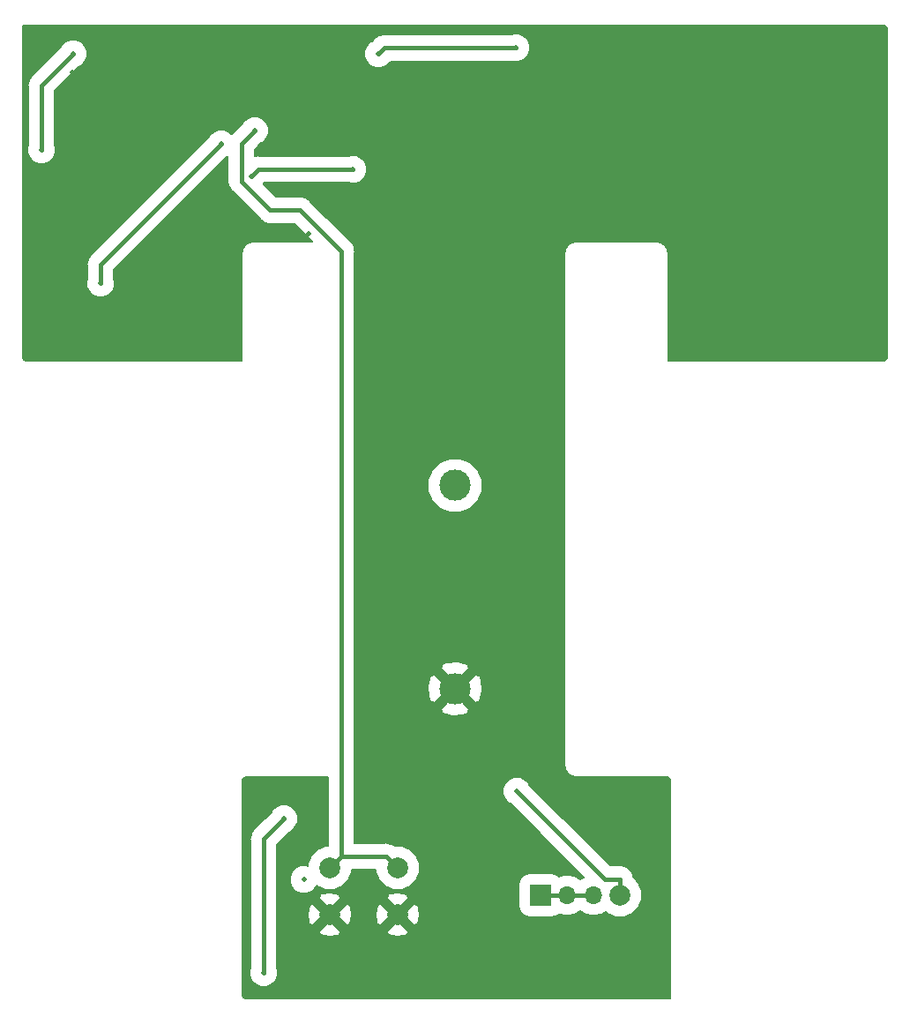
<source format=gbr>
G04 #@! TF.GenerationSoftware,KiCad,Pcbnew,(5.0.0)*
G04 #@! TF.CreationDate,2020-03-01T18:17:59-05:00*
G04 #@! TF.ProjectId,WS2812B Tiny T,575332383132422054696E7920542E6B,rev?*
G04 #@! TF.SameCoordinates,Original*
G04 #@! TF.FileFunction,Copper,L2,Bot,Signal*
G04 #@! TF.FilePolarity,Positive*
%FSLAX46Y46*%
G04 Gerber Fmt 4.6, Leading zero omitted, Abs format (unit mm)*
G04 Created by KiCad (PCBNEW (5.0.0)) date 03/01/20 18:17:59*
%MOMM*%
%LPD*%
G01*
G04 APERTURE LIST*
G04 #@! TA.AperFunction,ComponentPad*
%ADD10C,3.000000*%
G04 #@! TD*
G04 #@! TA.AperFunction,ComponentPad*
%ADD11C,2.000000*%
G04 #@! TD*
G04 #@! TA.AperFunction,ComponentPad*
%ADD12O,1.700000X1.700000*%
G04 #@! TD*
G04 #@! TA.AperFunction,ComponentPad*
%ADD13R,2.000000X2.000000*%
G04 #@! TD*
G04 #@! TA.AperFunction,ViaPad*
%ADD14C,0.500000*%
G04 #@! TD*
G04 #@! TA.AperFunction,Conductor*
%ADD15C,0.400000*%
G04 #@! TD*
G04 #@! TA.AperFunction,Conductor*
%ADD16C,0.200000*%
G04 #@! TD*
G04 APERTURE END LIST*
D10*
G04 #@! TO.P,J1,1*
G04 #@! TO.N,GND*
X127512000Y-121412000D03*
G04 #@! TO.P,J1,e*
G04 #@! TO.N,Net-(D1-Pad2)*
X127512000Y-101912000D03*
G04 #@! TD*
D11*
G04 #@! TO.P,SW1,1*
G04 #@! TO.N,BTN*
X122000000Y-138622000D03*
G04 #@! TO.P,SW1,2*
G04 #@! TO.N,GND*
X122000000Y-143122000D03*
G04 #@! TO.P,SW1,1*
G04 #@! TO.N,BTN*
X115500000Y-138622000D03*
G04 #@! TO.P,SW1,2*
G04 #@! TO.N,GND*
X115500000Y-143122000D03*
G04 #@! TD*
G04 #@! TO.P,SW2,4*
G04 #@! TO.N,+5V*
X143370000Y-141250000D03*
D12*
G04 #@! TO.P,SW2,3*
G04 #@! TO.N,VIN_Switch*
X140830000Y-141250000D03*
G04 #@! TO.P,SW2,2*
X138290000Y-141250000D03*
D13*
G04 #@! TO.P,SW2,1*
X135750000Y-141250000D03*
G04 #@! TD*
D14*
G04 #@! TO.N,GND*
X128750000Y-131250000D03*
X125250000Y-141250000D03*
X111750000Y-151000000D03*
X122250000Y-151000000D03*
X134750000Y-151000000D03*
X145500000Y-151000000D03*
X145500000Y-134750000D03*
X135250000Y-135000000D03*
X121750000Y-134750000D03*
X111750000Y-142750000D03*
X112500000Y-134750000D03*
X121750000Y-116250000D03*
X121750000Y-106500000D03*
X135500000Y-106500000D03*
X135500000Y-116250000D03*
X135500000Y-126250000D03*
X121750000Y-126250000D03*
X155750000Y-83000000D03*
X152750000Y-78000000D03*
X144250000Y-77750000D03*
X135000000Y-77750000D03*
X135250000Y-86750000D03*
X135500000Y-96750000D03*
X121750000Y-97000000D03*
X121750000Y-87000000D03*
X122000000Y-77750000D03*
X113500000Y-77750000D03*
X97500000Y-70500000D03*
X104750000Y-77750000D03*
X104750000Y-89000000D03*
X93500000Y-89000000D03*
X99000000Y-83750000D03*
X90750000Y-80000000D03*
X90750000Y-71250000D03*
X90750000Y-62250000D03*
X102250000Y-62250000D03*
X110000000Y-66250000D03*
X117000000Y-66250000D03*
X113500000Y-62250000D03*
X123750000Y-62250000D03*
X133750000Y-62250000D03*
X144000000Y-62250000D03*
X155500000Y-62250000D03*
X166250000Y-62250000D03*
X166500000Y-71000000D03*
X166250000Y-80000000D03*
X166250000Y-89000000D03*
X153000000Y-89000000D03*
G04 #@! TO.N,+5V*
X133475100Y-131265800D03*
G04 #@! TO.N,DIN*
X105057300Y-69107000D03*
X93493100Y-82514200D03*
G04 #@! TO.N,Net-(U3-Pad2)*
X87821300Y-69705700D03*
X90846500Y-60470000D03*
G04 #@! TO.N,Net-(U7-Pad2)*
X120176900Y-60470000D03*
X133372700Y-59889600D03*
G04 #@! TO.N,Net-(U29-Pad2)*
X109145000Y-148668500D03*
X111082500Y-133908400D03*
G04 #@! TO.N,BTN*
X108276500Y-67839500D03*
G04 #@! TO.N,PB0*
X107951500Y-72235300D03*
X117732700Y-71569900D03*
G04 #@! TO.N,VIN_Switch*
X113000000Y-139750000D03*
G04 #@! TD*
D15*
G04 #@! TO.N,+5V*
X143370000Y-141250000D02*
X143370000Y-139699700D01*
X133475100Y-131265800D02*
X141909000Y-139699700D01*
X141909000Y-139699700D02*
X143370000Y-139699700D01*
G04 #@! TO.N,DIN*
X105057300Y-69107000D02*
X93493100Y-80671200D01*
X93493100Y-80671200D02*
X93493100Y-82514200D01*
G04 #@! TO.N,Net-(U3-Pad2)*
X90846500Y-60470000D02*
X87821300Y-63495200D01*
X87821300Y-63495200D02*
X87821300Y-69705700D01*
G04 #@! TO.N,Net-(U7-Pad2)*
X133372700Y-59889600D02*
X120757300Y-59889600D01*
X120757300Y-59889600D02*
X120176900Y-60470000D01*
G04 #@! TO.N,Net-(U29-Pad2)*
X111082500Y-133908400D02*
X109145000Y-135845900D01*
X109145000Y-135845900D02*
X109145000Y-148668500D01*
G04 #@! TO.N,BTN*
X116603800Y-137518200D02*
X115500000Y-138622000D01*
X122000000Y-138622000D02*
X120896200Y-137518200D01*
X120896200Y-137518200D02*
X116603800Y-137518200D01*
X108276500Y-67839500D02*
X106999000Y-69117000D01*
X106999000Y-69117000D02*
X106999000Y-72704000D01*
X106999000Y-72704000D02*
X109779600Y-75484600D01*
X109779600Y-75484600D02*
X112629300Y-75484600D01*
X112629300Y-75484600D02*
X116603800Y-79459100D01*
X116603800Y-79459100D02*
X116603800Y-137518200D01*
G04 #@! TO.N,PB0*
X117732700Y-71569900D02*
X108616900Y-71569900D01*
X108616900Y-71569900D02*
X107951500Y-72235300D01*
G04 #@! TO.N,VIN_Switch*
X138290000Y-141250000D02*
X140830000Y-141250000D01*
X135750000Y-141250000D02*
X138290000Y-141250000D01*
G04 #@! TD*
D16*
G04 #@! TO.N,GND*
G36*
X168763810Y-57787609D02*
X168859996Y-57839509D01*
X168934186Y-57919767D01*
X168987935Y-58041345D01*
X169005000Y-58176426D01*
X169005001Y-89501378D01*
X168970891Y-89706310D01*
X168918991Y-89802497D01*
X168838734Y-89876685D01*
X168717155Y-89930435D01*
X168582074Y-89947500D01*
X147987000Y-89947500D01*
X147987000Y-79808224D01*
X148010019Y-79692500D01*
X147918825Y-79234038D01*
X147659127Y-78845373D01*
X147270462Y-78585675D01*
X146927724Y-78517500D01*
X146812000Y-78494481D01*
X146696276Y-78517500D01*
X139307724Y-78517500D01*
X139192000Y-78494481D01*
X139076276Y-78517500D01*
X138733538Y-78585675D01*
X138344873Y-78845373D01*
X138085175Y-79234038D01*
X137993981Y-79692500D01*
X138017000Y-79808224D01*
X138017001Y-128598771D01*
X137993981Y-128714500D01*
X138085175Y-129172962D01*
X138344873Y-129561627D01*
X138733538Y-129821325D01*
X139076276Y-129889500D01*
X139192000Y-129912519D01*
X139307724Y-129889500D01*
X147730883Y-129889500D01*
X147935810Y-129923609D01*
X148031996Y-129975509D01*
X148106186Y-130055767D01*
X148159935Y-130177345D01*
X148177000Y-130312426D01*
X148177001Y-150963697D01*
X148154238Y-151092792D01*
X148140890Y-151115912D01*
X148120436Y-151133074D01*
X148046021Y-151160159D01*
X148030697Y-151161500D01*
X107539116Y-151161500D01*
X107334190Y-151127391D01*
X107238003Y-151075491D01*
X107163815Y-150995234D01*
X107110065Y-150873655D01*
X107093000Y-150738574D01*
X107093000Y-148399968D01*
X107795000Y-148399968D01*
X107795000Y-148937032D01*
X108000525Y-149433214D01*
X108380286Y-149812975D01*
X108876468Y-150018500D01*
X109413532Y-150018500D01*
X109909714Y-149812975D01*
X110289475Y-149433214D01*
X110495000Y-148937032D01*
X110495000Y-148399968D01*
X110445000Y-148279257D01*
X110445000Y-144693734D01*
X114493951Y-144693734D01*
X114587233Y-145058838D01*
X115397909Y-145260706D01*
X116224128Y-145136975D01*
X116412767Y-145058838D01*
X116506049Y-144693734D01*
X120993951Y-144693734D01*
X121087233Y-145058838D01*
X121897909Y-145260706D01*
X122724128Y-145136975D01*
X122912767Y-145058838D01*
X123006049Y-144693734D01*
X122000000Y-143687685D01*
X120993951Y-144693734D01*
X116506049Y-144693734D01*
X115500000Y-143687685D01*
X114493951Y-144693734D01*
X110445000Y-144693734D01*
X110445000Y-143019909D01*
X113361294Y-143019909D01*
X113485025Y-143846128D01*
X113563162Y-144034767D01*
X113928266Y-144128049D01*
X114934315Y-143122000D01*
X116065685Y-143122000D01*
X117071734Y-144128049D01*
X117436838Y-144034767D01*
X117638706Y-143224091D01*
X117608129Y-143019909D01*
X119861294Y-143019909D01*
X119985025Y-143846128D01*
X120063162Y-144034767D01*
X120428266Y-144128049D01*
X121434315Y-143122000D01*
X122565685Y-143122000D01*
X123571734Y-144128049D01*
X123936838Y-144034767D01*
X124138706Y-143224091D01*
X124014975Y-142397872D01*
X123936838Y-142209233D01*
X123571734Y-142115951D01*
X122565685Y-143122000D01*
X121434315Y-143122000D01*
X120428266Y-142115951D01*
X120063162Y-142209233D01*
X119861294Y-143019909D01*
X117608129Y-143019909D01*
X117514975Y-142397872D01*
X117436838Y-142209233D01*
X117071734Y-142115951D01*
X116065685Y-143122000D01*
X114934315Y-143122000D01*
X113928266Y-142115951D01*
X113563162Y-142209233D01*
X113361294Y-143019909D01*
X110445000Y-143019909D01*
X110445000Y-141550266D01*
X114493951Y-141550266D01*
X115500000Y-142556315D01*
X116506049Y-141550266D01*
X120993951Y-141550266D01*
X122000000Y-142556315D01*
X123006049Y-141550266D01*
X122912767Y-141185162D01*
X122102091Y-140983294D01*
X121275872Y-141107025D01*
X121087233Y-141185162D01*
X120993951Y-141550266D01*
X116506049Y-141550266D01*
X116412767Y-141185162D01*
X115602091Y-140983294D01*
X114775872Y-141107025D01*
X114587233Y-141185162D01*
X114493951Y-141550266D01*
X110445000Y-141550266D01*
X110445000Y-136384376D01*
X111726501Y-135102876D01*
X111847214Y-135052875D01*
X112226975Y-134673114D01*
X112432500Y-134176932D01*
X112432500Y-133639868D01*
X112226975Y-133143686D01*
X111847214Y-132763925D01*
X111351032Y-132558400D01*
X110813968Y-132558400D01*
X110317786Y-132763925D01*
X109938025Y-133143686D01*
X109888024Y-133264399D01*
X108316300Y-134836124D01*
X108207753Y-134908653D01*
X107920427Y-135338666D01*
X107845000Y-135717864D01*
X107845000Y-135717867D01*
X107819533Y-135845900D01*
X107845000Y-135973933D01*
X107845001Y-148279255D01*
X107795000Y-148399968D01*
X107093000Y-148399968D01*
X107093000Y-130335617D01*
X107127109Y-130130690D01*
X107179009Y-130034504D01*
X107259267Y-129960314D01*
X107380845Y-129906565D01*
X107515926Y-129889500D01*
X115303801Y-129889500D01*
X115303801Y-136522000D01*
X115082284Y-136522000D01*
X114310446Y-136841706D01*
X113719706Y-137432446D01*
X113400000Y-138204284D01*
X113400000Y-138454456D01*
X113268532Y-138400000D01*
X112731468Y-138400000D01*
X112235286Y-138605525D01*
X111855525Y-138985286D01*
X111650000Y-139481468D01*
X111650000Y-140018532D01*
X111855525Y-140514714D01*
X112235286Y-140894475D01*
X112731468Y-141100000D01*
X113268532Y-141100000D01*
X113764714Y-140894475D01*
X114144475Y-140514714D01*
X114226014Y-140317862D01*
X114310446Y-140402294D01*
X115082284Y-140722000D01*
X115917716Y-140722000D01*
X116689554Y-140402294D01*
X117280294Y-139811554D01*
X117600000Y-139039716D01*
X117600000Y-138818200D01*
X119900000Y-138818200D01*
X119900000Y-139039716D01*
X120219706Y-139811554D01*
X120810446Y-140402294D01*
X121582284Y-140722000D01*
X122417716Y-140722000D01*
X123189554Y-140402294D01*
X123780294Y-139811554D01*
X124100000Y-139039716D01*
X124100000Y-138204284D01*
X123780294Y-137432446D01*
X123189554Y-136841706D01*
X122417716Y-136522000D01*
X121745218Y-136522000D01*
X121403435Y-136293627D01*
X121024237Y-136218200D01*
X121024233Y-136218200D01*
X120896200Y-136192733D01*
X120768167Y-136218200D01*
X117903800Y-136218200D01*
X117903800Y-130997268D01*
X132125100Y-130997268D01*
X132125100Y-131534332D01*
X132330625Y-132030514D01*
X132710386Y-132410275D01*
X132831100Y-132460276D01*
X139898193Y-139527370D01*
X139560000Y-139753343D01*
X139050852Y-139413141D01*
X138482054Y-139300000D01*
X138097946Y-139300000D01*
X137529148Y-139413141D01*
X137503324Y-139430396D01*
X137179199Y-139213823D01*
X136750000Y-139128450D01*
X134750000Y-139128450D01*
X134320801Y-139213823D01*
X133956944Y-139456944D01*
X133713823Y-139820801D01*
X133628450Y-140250000D01*
X133628450Y-142250000D01*
X133713823Y-142679199D01*
X133956944Y-143043056D01*
X134320801Y-143286177D01*
X134750000Y-143371550D01*
X136750000Y-143371550D01*
X137179199Y-143286177D01*
X137503324Y-143069604D01*
X137529148Y-143086859D01*
X138097946Y-143200000D01*
X138482054Y-143200000D01*
X139050852Y-143086859D01*
X139560000Y-142746657D01*
X140069148Y-143086859D01*
X140637946Y-143200000D01*
X141022054Y-143200000D01*
X141590852Y-143086859D01*
X141978196Y-142828044D01*
X142180446Y-143030294D01*
X142952284Y-143350000D01*
X143787716Y-143350000D01*
X144559554Y-143030294D01*
X145150294Y-142439554D01*
X145470000Y-141667716D01*
X145470000Y-140832284D01*
X145150294Y-140060446D01*
X144672108Y-139582260D01*
X144649720Y-139469706D01*
X144594573Y-139192465D01*
X144307247Y-138762453D01*
X143877235Y-138475127D01*
X143370000Y-138374232D01*
X143241964Y-138399700D01*
X142447477Y-138399700D01*
X134669576Y-130621800D01*
X134619575Y-130501086D01*
X134239814Y-130121325D01*
X133743632Y-129915800D01*
X133206568Y-129915800D01*
X132710386Y-130121325D01*
X132330625Y-130501086D01*
X132125100Y-130997268D01*
X117903800Y-130997268D01*
X117903800Y-123350904D01*
X126138782Y-123350904D01*
X126295266Y-123767211D01*
X127289185Y-124053556D01*
X128317026Y-123937747D01*
X128728734Y-123767211D01*
X128885218Y-123350904D01*
X127512000Y-121977685D01*
X126138782Y-123350904D01*
X117903800Y-123350904D01*
X117903800Y-121189185D01*
X124870444Y-121189185D01*
X124986253Y-122217026D01*
X125156789Y-122628734D01*
X125573096Y-122785218D01*
X126946315Y-121412000D01*
X128077685Y-121412000D01*
X129450904Y-122785218D01*
X129867211Y-122628734D01*
X130153556Y-121634815D01*
X130037747Y-120606974D01*
X129867211Y-120195266D01*
X129450904Y-120038782D01*
X128077685Y-121412000D01*
X126946315Y-121412000D01*
X125573096Y-120038782D01*
X125156789Y-120195266D01*
X124870444Y-121189185D01*
X117903800Y-121189185D01*
X117903800Y-119473096D01*
X126138782Y-119473096D01*
X127512000Y-120846315D01*
X128885218Y-119473096D01*
X128728734Y-119056789D01*
X127734815Y-118770444D01*
X126706974Y-118886253D01*
X126295266Y-119056789D01*
X126138782Y-119473096D01*
X117903800Y-119473096D01*
X117903800Y-101394828D01*
X124912000Y-101394828D01*
X124912000Y-102429172D01*
X125307826Y-103384782D01*
X126039218Y-104116174D01*
X126994828Y-104512000D01*
X128029172Y-104512000D01*
X128984782Y-104116174D01*
X129716174Y-103384782D01*
X130112000Y-102429172D01*
X130112000Y-101394828D01*
X129716174Y-100439218D01*
X128984782Y-99707826D01*
X128029172Y-99312000D01*
X126994828Y-99312000D01*
X126039218Y-99707826D01*
X125307826Y-100439218D01*
X124912000Y-101394828D01*
X117903800Y-101394828D01*
X117903800Y-79587133D01*
X117929267Y-79459100D01*
X117903800Y-79331067D01*
X117903800Y-79331063D01*
X117828373Y-78951865D01*
X117541047Y-78521853D01*
X117432503Y-78449326D01*
X113639076Y-74655900D01*
X113566547Y-74547353D01*
X113136535Y-74260027D01*
X112757337Y-74184600D01*
X112757333Y-74184600D01*
X112629300Y-74159133D01*
X112501267Y-74184600D01*
X110318078Y-74184600D01*
X109106963Y-72973486D01*
X109145977Y-72879299D01*
X109155376Y-72869900D01*
X117343457Y-72869900D01*
X117464168Y-72919900D01*
X118001232Y-72919900D01*
X118497414Y-72714375D01*
X118877175Y-72334614D01*
X119082700Y-71838432D01*
X119082700Y-71301368D01*
X118877175Y-70805186D01*
X118497414Y-70425425D01*
X118001232Y-70219900D01*
X117464168Y-70219900D01*
X117343457Y-70269900D01*
X108744933Y-70269900D01*
X108616900Y-70244433D01*
X108488867Y-70269900D01*
X108488863Y-70269900D01*
X108299000Y-70307666D01*
X108299000Y-69655476D01*
X108920501Y-69033976D01*
X109041214Y-68983975D01*
X109420975Y-68604214D01*
X109626500Y-68108032D01*
X109626500Y-67570968D01*
X109420975Y-67074786D01*
X109041214Y-66695025D01*
X108545032Y-66489500D01*
X108007968Y-66489500D01*
X107511786Y-66695025D01*
X107132025Y-67074786D01*
X107082024Y-67195499D01*
X106170300Y-68107224D01*
X106061753Y-68179753D01*
X106052736Y-68193247D01*
X105822014Y-67962525D01*
X105325832Y-67757000D01*
X104788768Y-67757000D01*
X104292586Y-67962525D01*
X103912825Y-68342286D01*
X103862825Y-68462997D01*
X92664400Y-79661424D01*
X92555853Y-79733953D01*
X92268527Y-80163966D01*
X92193100Y-80543164D01*
X92193100Y-80543167D01*
X92167633Y-80671200D01*
X92193100Y-80799233D01*
X92193101Y-82124955D01*
X92143100Y-82245668D01*
X92143100Y-82782732D01*
X92348625Y-83278914D01*
X92728386Y-83658675D01*
X93224568Y-83864200D01*
X93761632Y-83864200D01*
X94257814Y-83658675D01*
X94637575Y-83278914D01*
X94843100Y-82782732D01*
X94843100Y-82245668D01*
X94793100Y-82124957D01*
X94793100Y-81209676D01*
X105699000Y-70303778D01*
X105699001Y-72575963D01*
X105673533Y-72704000D01*
X105774427Y-73211234D01*
X105887043Y-73379775D01*
X106061754Y-73641247D01*
X106170298Y-73713774D01*
X108769828Y-76313305D01*
X108842353Y-76421847D01*
X108950894Y-76494372D01*
X108950896Y-76494374D01*
X109272365Y-76709173D01*
X109651563Y-76784600D01*
X109651566Y-76784600D01*
X109779599Y-76810067D01*
X109907632Y-76784600D01*
X112090824Y-76784600D01*
X113823723Y-78517500D01*
X108319724Y-78517500D01*
X108204000Y-78494481D01*
X108088276Y-78517500D01*
X107745538Y-78585675D01*
X107356873Y-78845373D01*
X107097175Y-79234038D01*
X107005981Y-79692500D01*
X107029000Y-79808224D01*
X107029001Y-89947500D01*
X86457116Y-89947500D01*
X86252190Y-89913391D01*
X86156003Y-89861491D01*
X86081815Y-89781234D01*
X86028065Y-89659655D01*
X86011000Y-89524574D01*
X86011000Y-69437168D01*
X86471300Y-69437168D01*
X86471300Y-69974232D01*
X86676825Y-70470414D01*
X87056586Y-70850175D01*
X87552768Y-71055700D01*
X88089832Y-71055700D01*
X88586014Y-70850175D01*
X88965775Y-70470414D01*
X89171300Y-69974232D01*
X89171300Y-69437168D01*
X89121300Y-69316457D01*
X89121300Y-64033676D01*
X91490501Y-61664476D01*
X91611214Y-61614475D01*
X91990975Y-61234714D01*
X92196500Y-60738532D01*
X92196500Y-60201468D01*
X118826900Y-60201468D01*
X118826900Y-60738532D01*
X119032425Y-61234714D01*
X119412186Y-61614475D01*
X119908368Y-61820000D01*
X120445432Y-61820000D01*
X120941614Y-61614475D01*
X121321375Y-61234714D01*
X121340062Y-61189600D01*
X132983457Y-61189600D01*
X133104168Y-61239600D01*
X133641232Y-61239600D01*
X134137414Y-61034075D01*
X134517175Y-60654314D01*
X134722700Y-60158132D01*
X134722700Y-59621068D01*
X134517175Y-59124886D01*
X134137414Y-58745125D01*
X133641232Y-58539600D01*
X133104168Y-58539600D01*
X132983457Y-58589600D01*
X120885333Y-58589600D01*
X120757300Y-58564133D01*
X120629267Y-58589600D01*
X120629263Y-58589600D01*
X120250065Y-58665027D01*
X119820053Y-58952353D01*
X119747524Y-59060900D01*
X119532901Y-59275523D01*
X119412186Y-59325525D01*
X119032425Y-59705286D01*
X118826900Y-60201468D01*
X92196500Y-60201468D01*
X91990975Y-59705286D01*
X91611214Y-59325525D01*
X91115032Y-59120000D01*
X90577968Y-59120000D01*
X90081786Y-59325525D01*
X89702025Y-59705286D01*
X89652024Y-59825999D01*
X86992600Y-62485424D01*
X86884053Y-62557953D01*
X86596727Y-62987966D01*
X86521300Y-63367164D01*
X86521300Y-63367167D01*
X86495833Y-63495200D01*
X86521300Y-63623233D01*
X86521301Y-69316455D01*
X86471300Y-69437168D01*
X86011000Y-69437168D01*
X86011000Y-57753500D01*
X168558883Y-57753500D01*
X168763810Y-57787609D01*
X168763810Y-57787609D01*
G37*
X168763810Y-57787609D02*
X168859996Y-57839509D01*
X168934186Y-57919767D01*
X168987935Y-58041345D01*
X169005000Y-58176426D01*
X169005001Y-89501378D01*
X168970891Y-89706310D01*
X168918991Y-89802497D01*
X168838734Y-89876685D01*
X168717155Y-89930435D01*
X168582074Y-89947500D01*
X147987000Y-89947500D01*
X147987000Y-79808224D01*
X148010019Y-79692500D01*
X147918825Y-79234038D01*
X147659127Y-78845373D01*
X147270462Y-78585675D01*
X146927724Y-78517500D01*
X146812000Y-78494481D01*
X146696276Y-78517500D01*
X139307724Y-78517500D01*
X139192000Y-78494481D01*
X139076276Y-78517500D01*
X138733538Y-78585675D01*
X138344873Y-78845373D01*
X138085175Y-79234038D01*
X137993981Y-79692500D01*
X138017000Y-79808224D01*
X138017001Y-128598771D01*
X137993981Y-128714500D01*
X138085175Y-129172962D01*
X138344873Y-129561627D01*
X138733538Y-129821325D01*
X139076276Y-129889500D01*
X139192000Y-129912519D01*
X139307724Y-129889500D01*
X147730883Y-129889500D01*
X147935810Y-129923609D01*
X148031996Y-129975509D01*
X148106186Y-130055767D01*
X148159935Y-130177345D01*
X148177000Y-130312426D01*
X148177001Y-150963697D01*
X148154238Y-151092792D01*
X148140890Y-151115912D01*
X148120436Y-151133074D01*
X148046021Y-151160159D01*
X148030697Y-151161500D01*
X107539116Y-151161500D01*
X107334190Y-151127391D01*
X107238003Y-151075491D01*
X107163815Y-150995234D01*
X107110065Y-150873655D01*
X107093000Y-150738574D01*
X107093000Y-148399968D01*
X107795000Y-148399968D01*
X107795000Y-148937032D01*
X108000525Y-149433214D01*
X108380286Y-149812975D01*
X108876468Y-150018500D01*
X109413532Y-150018500D01*
X109909714Y-149812975D01*
X110289475Y-149433214D01*
X110495000Y-148937032D01*
X110495000Y-148399968D01*
X110445000Y-148279257D01*
X110445000Y-144693734D01*
X114493951Y-144693734D01*
X114587233Y-145058838D01*
X115397909Y-145260706D01*
X116224128Y-145136975D01*
X116412767Y-145058838D01*
X116506049Y-144693734D01*
X120993951Y-144693734D01*
X121087233Y-145058838D01*
X121897909Y-145260706D01*
X122724128Y-145136975D01*
X122912767Y-145058838D01*
X123006049Y-144693734D01*
X122000000Y-143687685D01*
X120993951Y-144693734D01*
X116506049Y-144693734D01*
X115500000Y-143687685D01*
X114493951Y-144693734D01*
X110445000Y-144693734D01*
X110445000Y-143019909D01*
X113361294Y-143019909D01*
X113485025Y-143846128D01*
X113563162Y-144034767D01*
X113928266Y-144128049D01*
X114934315Y-143122000D01*
X116065685Y-143122000D01*
X117071734Y-144128049D01*
X117436838Y-144034767D01*
X117638706Y-143224091D01*
X117608129Y-143019909D01*
X119861294Y-143019909D01*
X119985025Y-143846128D01*
X120063162Y-144034767D01*
X120428266Y-144128049D01*
X121434315Y-143122000D01*
X122565685Y-143122000D01*
X123571734Y-144128049D01*
X123936838Y-144034767D01*
X124138706Y-143224091D01*
X124014975Y-142397872D01*
X123936838Y-142209233D01*
X123571734Y-142115951D01*
X122565685Y-143122000D01*
X121434315Y-143122000D01*
X120428266Y-142115951D01*
X120063162Y-142209233D01*
X119861294Y-143019909D01*
X117608129Y-143019909D01*
X117514975Y-142397872D01*
X117436838Y-142209233D01*
X117071734Y-142115951D01*
X116065685Y-143122000D01*
X114934315Y-143122000D01*
X113928266Y-142115951D01*
X113563162Y-142209233D01*
X113361294Y-143019909D01*
X110445000Y-143019909D01*
X110445000Y-141550266D01*
X114493951Y-141550266D01*
X115500000Y-142556315D01*
X116506049Y-141550266D01*
X120993951Y-141550266D01*
X122000000Y-142556315D01*
X123006049Y-141550266D01*
X122912767Y-141185162D01*
X122102091Y-140983294D01*
X121275872Y-141107025D01*
X121087233Y-141185162D01*
X120993951Y-141550266D01*
X116506049Y-141550266D01*
X116412767Y-141185162D01*
X115602091Y-140983294D01*
X114775872Y-141107025D01*
X114587233Y-141185162D01*
X114493951Y-141550266D01*
X110445000Y-141550266D01*
X110445000Y-136384376D01*
X111726501Y-135102876D01*
X111847214Y-135052875D01*
X112226975Y-134673114D01*
X112432500Y-134176932D01*
X112432500Y-133639868D01*
X112226975Y-133143686D01*
X111847214Y-132763925D01*
X111351032Y-132558400D01*
X110813968Y-132558400D01*
X110317786Y-132763925D01*
X109938025Y-133143686D01*
X109888024Y-133264399D01*
X108316300Y-134836124D01*
X108207753Y-134908653D01*
X107920427Y-135338666D01*
X107845000Y-135717864D01*
X107845000Y-135717867D01*
X107819533Y-135845900D01*
X107845000Y-135973933D01*
X107845001Y-148279255D01*
X107795000Y-148399968D01*
X107093000Y-148399968D01*
X107093000Y-130335617D01*
X107127109Y-130130690D01*
X107179009Y-130034504D01*
X107259267Y-129960314D01*
X107380845Y-129906565D01*
X107515926Y-129889500D01*
X115303801Y-129889500D01*
X115303801Y-136522000D01*
X115082284Y-136522000D01*
X114310446Y-136841706D01*
X113719706Y-137432446D01*
X113400000Y-138204284D01*
X113400000Y-138454456D01*
X113268532Y-138400000D01*
X112731468Y-138400000D01*
X112235286Y-138605525D01*
X111855525Y-138985286D01*
X111650000Y-139481468D01*
X111650000Y-140018532D01*
X111855525Y-140514714D01*
X112235286Y-140894475D01*
X112731468Y-141100000D01*
X113268532Y-141100000D01*
X113764714Y-140894475D01*
X114144475Y-140514714D01*
X114226014Y-140317862D01*
X114310446Y-140402294D01*
X115082284Y-140722000D01*
X115917716Y-140722000D01*
X116689554Y-140402294D01*
X117280294Y-139811554D01*
X117600000Y-139039716D01*
X117600000Y-138818200D01*
X119900000Y-138818200D01*
X119900000Y-139039716D01*
X120219706Y-139811554D01*
X120810446Y-140402294D01*
X121582284Y-140722000D01*
X122417716Y-140722000D01*
X123189554Y-140402294D01*
X123780294Y-139811554D01*
X124100000Y-139039716D01*
X124100000Y-138204284D01*
X123780294Y-137432446D01*
X123189554Y-136841706D01*
X122417716Y-136522000D01*
X121745218Y-136522000D01*
X121403435Y-136293627D01*
X121024237Y-136218200D01*
X121024233Y-136218200D01*
X120896200Y-136192733D01*
X120768167Y-136218200D01*
X117903800Y-136218200D01*
X117903800Y-130997268D01*
X132125100Y-130997268D01*
X132125100Y-131534332D01*
X132330625Y-132030514D01*
X132710386Y-132410275D01*
X132831100Y-132460276D01*
X139898193Y-139527370D01*
X139560000Y-139753343D01*
X139050852Y-139413141D01*
X138482054Y-139300000D01*
X138097946Y-139300000D01*
X137529148Y-139413141D01*
X137503324Y-139430396D01*
X137179199Y-139213823D01*
X136750000Y-139128450D01*
X134750000Y-139128450D01*
X134320801Y-139213823D01*
X133956944Y-139456944D01*
X133713823Y-139820801D01*
X133628450Y-140250000D01*
X133628450Y-142250000D01*
X133713823Y-142679199D01*
X133956944Y-143043056D01*
X134320801Y-143286177D01*
X134750000Y-143371550D01*
X136750000Y-143371550D01*
X137179199Y-143286177D01*
X137503324Y-143069604D01*
X137529148Y-143086859D01*
X138097946Y-143200000D01*
X138482054Y-143200000D01*
X139050852Y-143086859D01*
X139560000Y-142746657D01*
X140069148Y-143086859D01*
X140637946Y-143200000D01*
X141022054Y-143200000D01*
X141590852Y-143086859D01*
X141978196Y-142828044D01*
X142180446Y-143030294D01*
X142952284Y-143350000D01*
X143787716Y-143350000D01*
X144559554Y-143030294D01*
X145150294Y-142439554D01*
X145470000Y-141667716D01*
X145470000Y-140832284D01*
X145150294Y-140060446D01*
X144672108Y-139582260D01*
X144649720Y-139469706D01*
X144594573Y-139192465D01*
X144307247Y-138762453D01*
X143877235Y-138475127D01*
X143370000Y-138374232D01*
X143241964Y-138399700D01*
X142447477Y-138399700D01*
X134669576Y-130621800D01*
X134619575Y-130501086D01*
X134239814Y-130121325D01*
X133743632Y-129915800D01*
X133206568Y-129915800D01*
X132710386Y-130121325D01*
X132330625Y-130501086D01*
X132125100Y-130997268D01*
X117903800Y-130997268D01*
X117903800Y-123350904D01*
X126138782Y-123350904D01*
X126295266Y-123767211D01*
X127289185Y-124053556D01*
X128317026Y-123937747D01*
X128728734Y-123767211D01*
X128885218Y-123350904D01*
X127512000Y-121977685D01*
X126138782Y-123350904D01*
X117903800Y-123350904D01*
X117903800Y-121189185D01*
X124870444Y-121189185D01*
X124986253Y-122217026D01*
X125156789Y-122628734D01*
X125573096Y-122785218D01*
X126946315Y-121412000D01*
X128077685Y-121412000D01*
X129450904Y-122785218D01*
X129867211Y-122628734D01*
X130153556Y-121634815D01*
X130037747Y-120606974D01*
X129867211Y-120195266D01*
X129450904Y-120038782D01*
X128077685Y-121412000D01*
X126946315Y-121412000D01*
X125573096Y-120038782D01*
X125156789Y-120195266D01*
X124870444Y-121189185D01*
X117903800Y-121189185D01*
X117903800Y-119473096D01*
X126138782Y-119473096D01*
X127512000Y-120846315D01*
X128885218Y-119473096D01*
X128728734Y-119056789D01*
X127734815Y-118770444D01*
X126706974Y-118886253D01*
X126295266Y-119056789D01*
X126138782Y-119473096D01*
X117903800Y-119473096D01*
X117903800Y-101394828D01*
X124912000Y-101394828D01*
X124912000Y-102429172D01*
X125307826Y-103384782D01*
X126039218Y-104116174D01*
X126994828Y-104512000D01*
X128029172Y-104512000D01*
X128984782Y-104116174D01*
X129716174Y-103384782D01*
X130112000Y-102429172D01*
X130112000Y-101394828D01*
X129716174Y-100439218D01*
X128984782Y-99707826D01*
X128029172Y-99312000D01*
X126994828Y-99312000D01*
X126039218Y-99707826D01*
X125307826Y-100439218D01*
X124912000Y-101394828D01*
X117903800Y-101394828D01*
X117903800Y-79587133D01*
X117929267Y-79459100D01*
X117903800Y-79331067D01*
X117903800Y-79331063D01*
X117828373Y-78951865D01*
X117541047Y-78521853D01*
X117432503Y-78449326D01*
X113639076Y-74655900D01*
X113566547Y-74547353D01*
X113136535Y-74260027D01*
X112757337Y-74184600D01*
X112757333Y-74184600D01*
X112629300Y-74159133D01*
X112501267Y-74184600D01*
X110318078Y-74184600D01*
X109106963Y-72973486D01*
X109145977Y-72879299D01*
X109155376Y-72869900D01*
X117343457Y-72869900D01*
X117464168Y-72919900D01*
X118001232Y-72919900D01*
X118497414Y-72714375D01*
X118877175Y-72334614D01*
X119082700Y-71838432D01*
X119082700Y-71301368D01*
X118877175Y-70805186D01*
X118497414Y-70425425D01*
X118001232Y-70219900D01*
X117464168Y-70219900D01*
X117343457Y-70269900D01*
X108744933Y-70269900D01*
X108616900Y-70244433D01*
X108488867Y-70269900D01*
X108488863Y-70269900D01*
X108299000Y-70307666D01*
X108299000Y-69655476D01*
X108920501Y-69033976D01*
X109041214Y-68983975D01*
X109420975Y-68604214D01*
X109626500Y-68108032D01*
X109626500Y-67570968D01*
X109420975Y-67074786D01*
X109041214Y-66695025D01*
X108545032Y-66489500D01*
X108007968Y-66489500D01*
X107511786Y-66695025D01*
X107132025Y-67074786D01*
X107082024Y-67195499D01*
X106170300Y-68107224D01*
X106061753Y-68179753D01*
X106052736Y-68193247D01*
X105822014Y-67962525D01*
X105325832Y-67757000D01*
X104788768Y-67757000D01*
X104292586Y-67962525D01*
X103912825Y-68342286D01*
X103862825Y-68462997D01*
X92664400Y-79661424D01*
X92555853Y-79733953D01*
X92268527Y-80163966D01*
X92193100Y-80543164D01*
X92193100Y-80543167D01*
X92167633Y-80671200D01*
X92193100Y-80799233D01*
X92193101Y-82124955D01*
X92143100Y-82245668D01*
X92143100Y-82782732D01*
X92348625Y-83278914D01*
X92728386Y-83658675D01*
X93224568Y-83864200D01*
X93761632Y-83864200D01*
X94257814Y-83658675D01*
X94637575Y-83278914D01*
X94843100Y-82782732D01*
X94843100Y-82245668D01*
X94793100Y-82124957D01*
X94793100Y-81209676D01*
X105699000Y-70303778D01*
X105699001Y-72575963D01*
X105673533Y-72704000D01*
X105774427Y-73211234D01*
X105887043Y-73379775D01*
X106061754Y-73641247D01*
X106170298Y-73713774D01*
X108769828Y-76313305D01*
X108842353Y-76421847D01*
X108950894Y-76494372D01*
X108950896Y-76494374D01*
X109272365Y-76709173D01*
X109651563Y-76784600D01*
X109651566Y-76784600D01*
X109779599Y-76810067D01*
X109907632Y-76784600D01*
X112090824Y-76784600D01*
X113823723Y-78517500D01*
X108319724Y-78517500D01*
X108204000Y-78494481D01*
X108088276Y-78517500D01*
X107745538Y-78585675D01*
X107356873Y-78845373D01*
X107097175Y-79234038D01*
X107005981Y-79692500D01*
X107029000Y-79808224D01*
X107029001Y-89947500D01*
X86457116Y-89947500D01*
X86252190Y-89913391D01*
X86156003Y-89861491D01*
X86081815Y-89781234D01*
X86028065Y-89659655D01*
X86011000Y-89524574D01*
X86011000Y-69437168D01*
X86471300Y-69437168D01*
X86471300Y-69974232D01*
X86676825Y-70470414D01*
X87056586Y-70850175D01*
X87552768Y-71055700D01*
X88089832Y-71055700D01*
X88586014Y-70850175D01*
X88965775Y-70470414D01*
X89171300Y-69974232D01*
X89171300Y-69437168D01*
X89121300Y-69316457D01*
X89121300Y-64033676D01*
X91490501Y-61664476D01*
X91611214Y-61614475D01*
X91990975Y-61234714D01*
X92196500Y-60738532D01*
X92196500Y-60201468D01*
X118826900Y-60201468D01*
X118826900Y-60738532D01*
X119032425Y-61234714D01*
X119412186Y-61614475D01*
X119908368Y-61820000D01*
X120445432Y-61820000D01*
X120941614Y-61614475D01*
X121321375Y-61234714D01*
X121340062Y-61189600D01*
X132983457Y-61189600D01*
X133104168Y-61239600D01*
X133641232Y-61239600D01*
X134137414Y-61034075D01*
X134517175Y-60654314D01*
X134722700Y-60158132D01*
X134722700Y-59621068D01*
X134517175Y-59124886D01*
X134137414Y-58745125D01*
X133641232Y-58539600D01*
X133104168Y-58539600D01*
X132983457Y-58589600D01*
X120885333Y-58589600D01*
X120757300Y-58564133D01*
X120629267Y-58589600D01*
X120629263Y-58589600D01*
X120250065Y-58665027D01*
X119820053Y-58952353D01*
X119747524Y-59060900D01*
X119532901Y-59275523D01*
X119412186Y-59325525D01*
X119032425Y-59705286D01*
X118826900Y-60201468D01*
X92196500Y-60201468D01*
X91990975Y-59705286D01*
X91611214Y-59325525D01*
X91115032Y-59120000D01*
X90577968Y-59120000D01*
X90081786Y-59325525D01*
X89702025Y-59705286D01*
X89652024Y-59825999D01*
X86992600Y-62485424D01*
X86884053Y-62557953D01*
X86596727Y-62987966D01*
X86521300Y-63367164D01*
X86521300Y-63367167D01*
X86495833Y-63495200D01*
X86521300Y-63623233D01*
X86521301Y-69316455D01*
X86471300Y-69437168D01*
X86011000Y-69437168D01*
X86011000Y-57753500D01*
X168558883Y-57753500D01*
X168763810Y-57787609D01*
G04 #@! TD*
M02*

</source>
